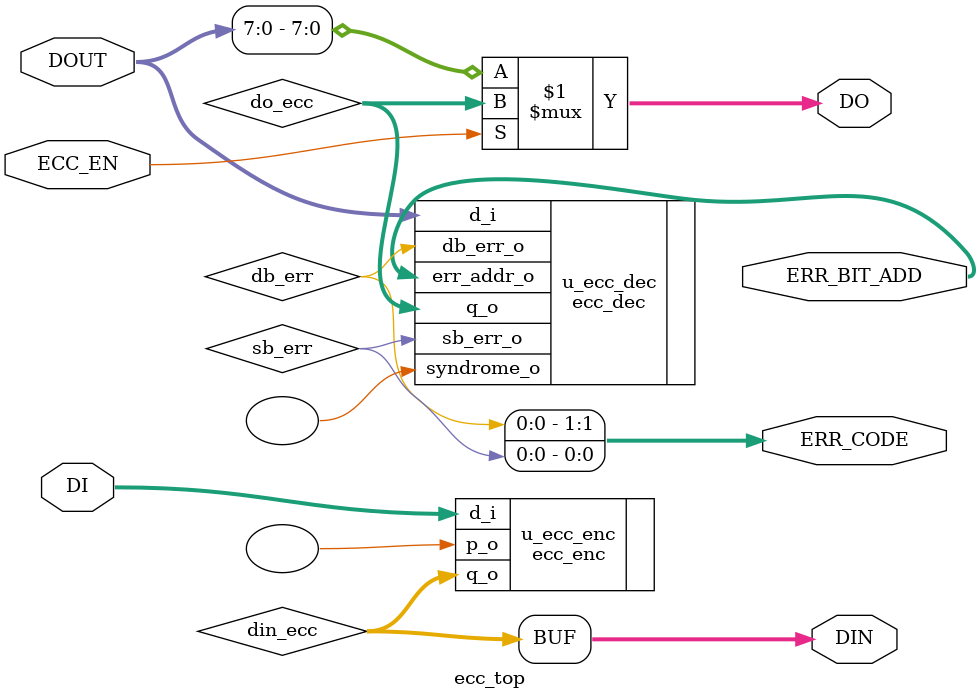
<source format=v>
`timescale 1ns / 1ps
module ecc_top (
  DOUT,
  DIN,
  ECC_EN,
  DI,
  DO,
  ERR_BIT_ADD,
  ERR_CODE
);

  //MRAM Interface
  input [12:0] DOUT;
  output [12:0] DIN;
  
  //IO Interface
  input ECC_EN;
  input [7:0] DI;
  output [7:0] DO;
  output [3:0] ERR_BIT_ADD;
  output [1:0] ERR_CODE;


wire [12:0] DOUT;
wire [12:0] DIN;
wire ECC_EN;
wire [7:0] DI;
wire [7:0] DO;
wire [3:0] ERR_BIT_ADD;
wire [1:0] ERR_CODE;

wire [12:0] din_ecc;
wire [7:0] do_ecc;
wire db_err;
wire sb_err;

//---------------------------------------------------------
// Module Body
//---------------------------------------------------------

//assign DIN[12:0] = ECC_EN ? din_ecc[12:0] : {din_ecc[12:8],DI[7:0]};
assign DIN[12:0] = din_ecc[12:0];
assign DO[7:0]   = ECC_EN ? do_ecc[7:0] : DOUT[7:0];
assign ERR_CODE[1:0] = {db_err,sb_err};

ecc_enc u_ecc_enc(
  .d_i(DI[7:0]),      //information bit vector input
  .q_o(din_ecc[12:0]),      //encoded data word output
  .p_o()      //parity vector output
);

ecc_dec u_ecc_dec(
  //data ports
  .d_i(DOUT[12:0]),        //encoded code word input
  .q_o(do_ecc[7:0]),        //information bit vector output
  .syndrome_o(), //syndrome vector output
  //flags
  .sb_err_o(sb_err),   //single bit error detected
  .db_err_o(db_err),    //double bit error detected
  .err_addr_o(ERR_BIT_ADD[3:0])
);

endmodule

</source>
